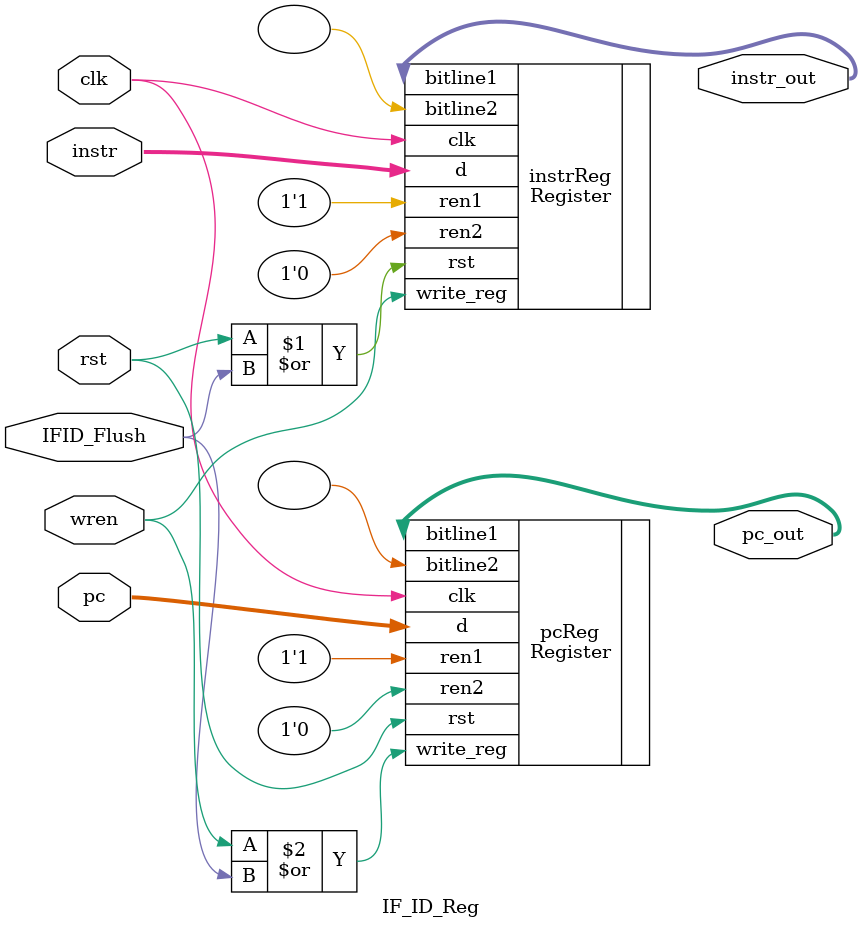
<source format=v>
module IF_ID_Reg(
    input clk,
    input rst,
    input wren,
    input IFID_Flush,
    input[15:0] pc,
    input[15:0] instr,

    output [15:0] pc_out,
    output [15:0] instr_out
);

Register instrReg(.clk(clk), .rst(rst | IFID_Flush), .d(instr), .write_reg(wren), .ren1(1'b1), .ren2(1'b0), .bitline1(instr_out), .bitline2());
Register pcReg(.clk(clk), .rst(rst), .d(pc), .write_reg(wren | IFID_Flush), .ren1(1'b1), .ren2(1'b0), .bitline1(pc_out), .bitline2());

endmodule
</source>
